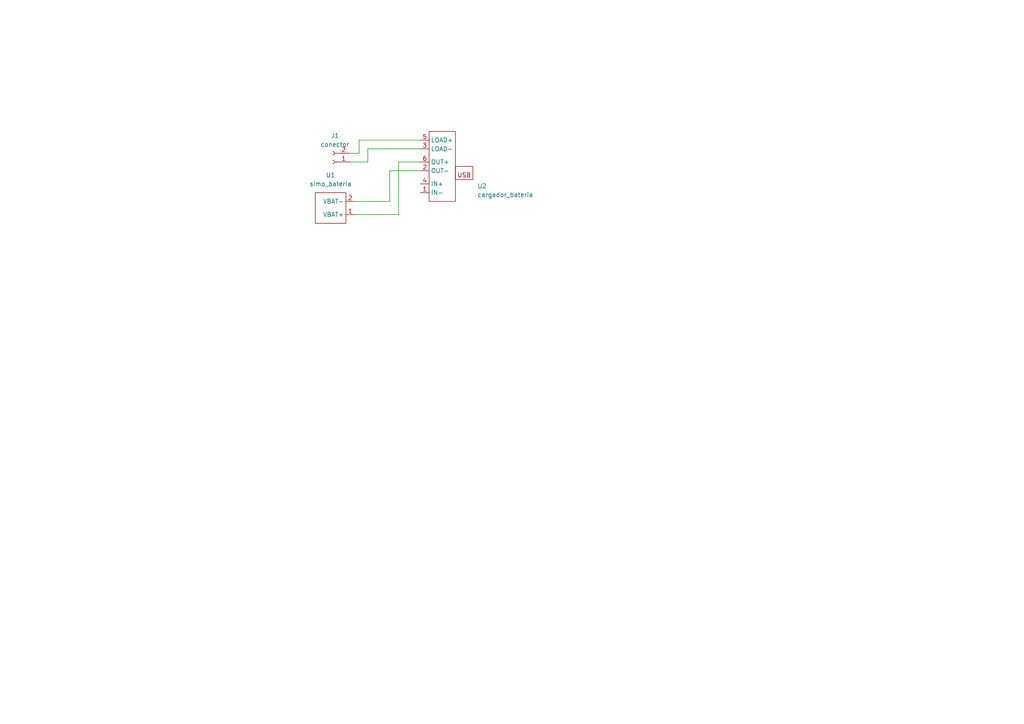
<source format=kicad_sch>
(kicad_sch (version 20211123) (generator eeschema)
  (paper "A4")
  (lib_symbols
    (symbol "Connector:Conn_01x02_Female" (pin_names (offset 1.016) hide)
      (property "Reference" "J" (at 0 2.54 0))
      (property "Value" "Conn_01x02_Female" (at 0 -5.08 0))
      (symbol "Conn_01x02_Female_1_1"
        (arc (start 0 -2.032) (mid -0.508 -2.54) (end 0 -3.048) (stroke (width 0.1524)))
        (polyline (pts (xy -1.27 -2.54) (xy -0.508 -2.54)) (stroke (width 0.1524)))
        (polyline (pts (xy -1.27 0) (xy -0.508 0)) (stroke (width 0.1524)))
        (arc (start 0 0.508) (mid -0.508 0) (end 0 -0.508) (stroke (width 0.1524)))
        (pin passive line (at -5.08 0 0) (length 3.81) (name "Pin_1") (number "1"))
        (pin passive line (at -5.08 -2.54 0) (length 3.81) (name "Pin_2") (number "2"))
      )
    )
    (symbol "simo_shield:cargador_bateria"
      (property "Reference" "U" (at 1.27 1.27 0))
      (property "Value" "cargador_bateria" (at 12.7 1.27 0))
      (symbol "cargador_bateria_0_0"
        (text "USB" (at -2.54 -7.62 0) (effects (font (size 1.27 1.27))))
      )
      (symbol "cargador_bateria_0_1"
        (rectangle (start 0 -6.35) (end -5.08 -10.16))
        (rectangle (start 0 0) (end 7.62 -20.32))
      )
      (symbol "cargador_bateria_1_1"
        (pin power_out line (at 10.16 -2.54 180) (length 2.54) (name "IN-") (number "1"))
        (pin power_out line (at 10.16 -8.89 180) (length 2.54) (name "OUT-") (number "2"))
        (pin power_out line (at 10.16 -15.24 180) (length 2.54) (name "LOAD-") (number "3"))
        (pin power_out line (at 10.16 -5.08 180) (length 2.54) (name "IN+") (number "4"))
        (pin power_out line (at 10.16 -17.78 180) (length 2.54) (name "LOAD+") (number "5"))
        (pin power_out line (at 10.16 -11.43 180) (length 2.54) (name "OUT+") (number "6"))
      )
    )
    (symbol "simo_shield:simo_bateria"
      (property "Reference" "U" (at 0 1.27 0))
      (property "Value" "simo_bateria" (at 0 2.54 0))
      (symbol "simo_bateria_0_1"
        (rectangle (start 0 0) (end 8.89 -8.89))
      )
      (symbol "simo_bateria_1_1"
        (pin power_in line (at -2.54 -2.54 0) (length 2.54) (name "VBAT+") (number "1"))
        (pin power_out line (at -2.54 -6.35 0) (length 2.54) (name "VBAT-") (number "2"))
      )
    )
  )
  (wire (pts (xy 104.14 40.64) (xy 121.92 40.64)))
  (wire (pts (xy 101.6 44.45) (xy 104.14 44.45)))
  (wire (pts (xy 106.68 43.18) (xy 106.68 46.99)))
  (wire (pts (xy 102.87 58.42) (xy 113.03 58.42)))
  (wire (pts (xy 113.03 49.53) (xy 121.92 49.53)))
  (wire (pts (xy 106.68 46.99) (xy 101.6 46.99)))
  (wire (pts (xy 102.87 62.23) (xy 115.57 62.23)))
  (wire (pts (xy 121.92 46.99) (xy 115.57 46.99)))
  (wire (pts (xy 104.14 44.45) (xy 104.14 40.64)))
  (wire (pts (xy 113.03 58.42) (xy 113.03 49.53)))
  (wire (pts (xy 115.57 46.99) (xy 115.57 62.23)))
  (wire (pts (xy 121.92 43.18) (xy 106.68 43.18)))
  (symbol (lib_id "simo_shield:simo_bateria") (at 100.33 64.77 180) (unit 1)
    (property "Reference" "U1" (at 95.885 50.8 0))
    (property "Value" "simo_bateria" (at 95.885 53.34 0))
    (property "Footprint" "simo_bateria:bateria" (effects hide))
  )
  (symbol (lib_id "Connector:Conn_01x02_Female") (at 96.52 46.99 180) (unit 1)
    (property "Reference" "J1" (at 97.155 39.37 0))
    (property "Value" "conector" (at 97.155 41.91 0))
    (property "Footprint" "Connector_PinSocket_2.54mm:PinSocket_1x02_P2.54mm_Vertical" (effects hide))
  )
  (symbol (lib_id "simo_shield:cargador_bateria") (at 132.08 58.42 180) (unit 1)
    (property "Reference" "U2" (at 138.43 53.9749 0) (effects (justify right)))
    (property "Value" "cargador_bateria" (at 138.43 56.5149 0) (effects (justify right)))
    (property "Footprint" "simo_bateria:cargador_bat" (effects hide))
  )
)
</source>
